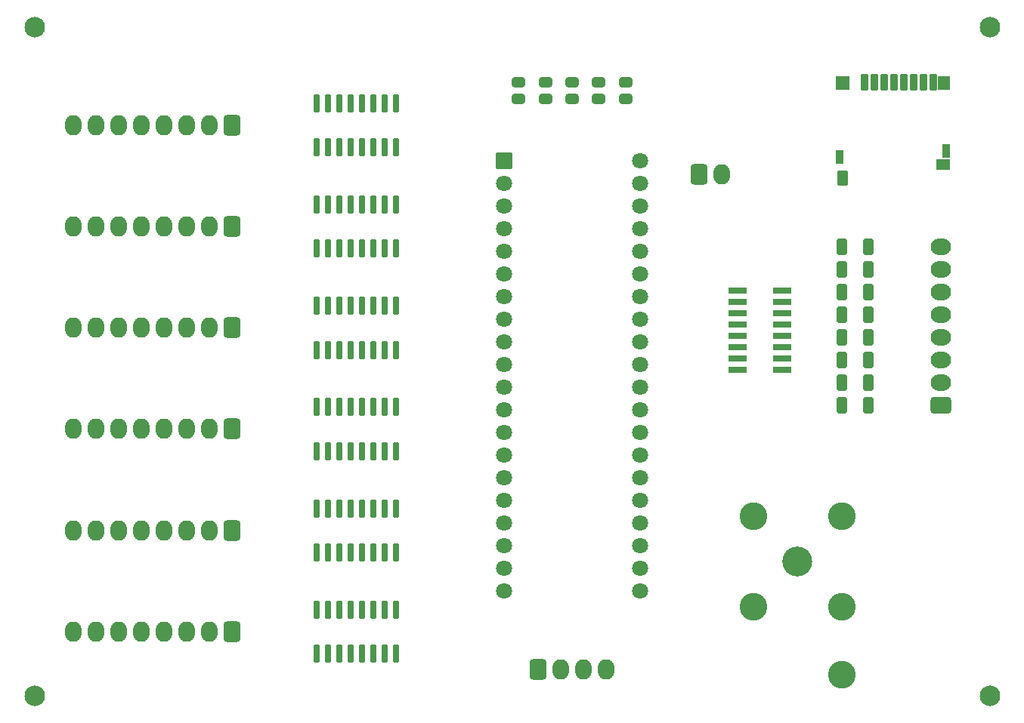
<source format=gts>
%TF.GenerationSoftware,KiCad,Pcbnew,7.0.9*%
%TF.CreationDate,2024-01-13T15:57:46+01:00*%
%TF.ProjectId,daisy-drums,64616973-792d-4647-9275-6d732e6b6963,v02*%
%TF.SameCoordinates,Original*%
%TF.FileFunction,Soldermask,Top*%
%TF.FilePolarity,Negative*%
%FSLAX46Y46*%
G04 Gerber Fmt 4.6, Leading zero omitted, Abs format (unit mm)*
G04 Created by KiCad (PCBNEW 7.0.9) date 2024-01-13 15:57:46*
%MOMM*%
%LPD*%
G01*
G04 APERTURE LIST*
G04 Aperture macros list*
%AMRoundRect*
0 Rectangle with rounded corners*
0 $1 Rounding radius*
0 $2 $3 $4 $5 $6 $7 $8 $9 X,Y pos of 4 corners*
0 Add a 4 corners polygon primitive as box body*
4,1,4,$2,$3,$4,$5,$6,$7,$8,$9,$2,$3,0*
0 Add four circle primitives for the rounded corners*
1,1,$1+$1,$2,$3*
1,1,$1+$1,$4,$5*
1,1,$1+$1,$6,$7*
1,1,$1+$1,$8,$9*
0 Add four rect primitives between the rounded corners*
20,1,$1+$1,$2,$3,$4,$5,0*
20,1,$1+$1,$4,$5,$6,$7,0*
20,1,$1+$1,$6,$7,$8,$9,0*
20,1,$1+$1,$8,$9,$2,$3,0*%
G04 Aperture macros list end*
%ADD10RoundRect,0.300800X-0.450000X0.262500X-0.450000X-0.262500X0.450000X-0.262500X0.450000X0.262500X0*%
%ADD11RoundRect,0.300800X0.312500X0.625000X-0.312500X0.625000X-0.312500X-0.625000X0.312500X-0.625000X0*%
%ADD12RoundRect,0.200800X0.850000X0.150000X-0.850000X0.150000X-0.850000X-0.150000X0.850000X-0.150000X0*%
%ADD13RoundRect,0.050800X-0.850000X-0.850000X0.850000X-0.850000X0.850000X0.850000X-0.850000X0.850000X0*%
%ADD14C,1.801600*%
%ADD15RoundRect,0.200800X-0.150000X0.825000X-0.150000X-0.825000X0.150000X-0.825000X0.150000X0.825000X0*%
%ADD16C,2.301600*%
%ADD17RoundRect,0.300800X-0.620000X-0.845000X0.620000X-0.845000X0.620000X0.845000X-0.620000X0.845000X0*%
%ADD18O,1.841600X2.291600*%
%ADD19RoundRect,0.300800X0.845000X-0.620000X0.845000X0.620000X-0.845000X0.620000X-0.845000X-0.620000X0*%
%ADD20O,2.291600X1.841600*%
%ADD21C,3.351600*%
%ADD22C,3.101600*%
%ADD23RoundRect,0.300800X0.620000X0.845000X-0.620000X0.845000X-0.620000X-0.845000X0.620000X-0.845000X0*%
%ADD24RoundRect,0.050800X0.350000X0.875000X-0.350000X0.875000X-0.350000X-0.875000X0.350000X-0.875000X0*%
%ADD25RoundRect,0.050800X0.725000X0.500000X-0.725000X0.500000X-0.725000X-0.500000X0.725000X-0.500000X0*%
%ADD26RoundRect,0.050800X0.500000X0.775000X-0.500000X0.775000X-0.500000X-0.775000X0.500000X-0.775000X0*%
%ADD27RoundRect,0.050800X0.400000X0.750000X-0.400000X0.750000X-0.400000X-0.750000X0.400000X-0.750000X0*%
%ADD28RoundRect,0.050800X0.650000X0.750000X-0.650000X0.750000X-0.650000X-0.750000X0.650000X-0.750000X0*%
%ADD29RoundRect,0.050800X0.750000X0.750000X-0.750000X0.750000X-0.750000X-0.750000X0.750000X-0.750000X0*%
%ADD30RoundRect,0.050800X0.400000X0.700000X-0.400000X0.700000X-0.400000X-0.700000X0.400000X-0.700000X0*%
G04 APERTURE END LIST*
D10*
%TO.C,R1*%
X191214000Y-55221500D03*
X191214000Y-57046500D03*
%TD*%
D11*
%TO.C,R11*%
X221388900Y-78765400D03*
X218463900Y-78765400D03*
%TD*%
%TO.C,R7*%
X221388900Y-88925400D03*
X218463900Y-88925400D03*
%TD*%
D12*
%TO.C,U6*%
X211708600Y-87426800D03*
X211708600Y-86156800D03*
X211708600Y-84886800D03*
X211708600Y-83616800D03*
X211708600Y-82346800D03*
X211708600Y-81076800D03*
X211708600Y-79806800D03*
X211708600Y-78536800D03*
X206708600Y-78536800D03*
X206708600Y-79806800D03*
X206708600Y-81076800D03*
X206708600Y-82346800D03*
X206708600Y-83616800D03*
X206708600Y-84886800D03*
X206708600Y-86156800D03*
X206708600Y-87426800D03*
%TD*%
D13*
%TO.C,A1*%
X180594000Y-64008000D03*
D14*
X180594000Y-66548000D03*
X180594000Y-69088000D03*
X180594000Y-71628000D03*
X180594000Y-74168000D03*
X180594000Y-76708000D03*
X180594000Y-79248000D03*
X180594000Y-81788000D03*
X180594000Y-84328000D03*
X180594000Y-86868000D03*
X180594000Y-89408000D03*
X180594000Y-91948000D03*
X180594000Y-94488000D03*
X180594000Y-97028000D03*
X180594000Y-99568000D03*
X180594000Y-102108000D03*
X180594000Y-104648000D03*
X180594000Y-107188000D03*
X180594000Y-109728000D03*
X180594000Y-112268000D03*
X195834000Y-112268000D03*
X195834000Y-109728000D03*
X195834000Y-107188000D03*
X195834000Y-104648000D03*
X195834000Y-102108000D03*
X195834000Y-99568000D03*
X195834000Y-97028000D03*
X195834000Y-94488000D03*
X195834000Y-91948000D03*
X195834000Y-89408000D03*
X195834000Y-86868000D03*
X195834000Y-84328000D03*
X195834000Y-81788000D03*
X195834000Y-79248000D03*
X195834000Y-76708000D03*
X195834000Y-74168000D03*
X195834000Y-71628000D03*
X195834000Y-69088000D03*
X195834000Y-66548000D03*
X195834000Y-64008000D03*
%TD*%
D15*
%TO.C,U5*%
X168445000Y-57545000D03*
X167175000Y-57545000D03*
X165905000Y-57545000D03*
X164635000Y-57545000D03*
X163365000Y-57545000D03*
X162095000Y-57545000D03*
X160825000Y-57545000D03*
X159555000Y-57545000D03*
X159555000Y-62495000D03*
X160825000Y-62495000D03*
X162095000Y-62495000D03*
X163365000Y-62495000D03*
X164635000Y-62495000D03*
X165905000Y-62495000D03*
X167175000Y-62495000D03*
X168445000Y-62495000D03*
%TD*%
D16*
%TO.C,REF\u002A\u002A*%
X235000000Y-124000000D03*
%TD*%
D17*
%TO.C,J2*%
X202438000Y-65532000D03*
D18*
X204978000Y-65532000D03*
%TD*%
D11*
%TO.C,R10*%
X221388900Y-81305400D03*
X218463900Y-81305400D03*
%TD*%
D17*
%TO.C,J12*%
X184404000Y-121031000D03*
D18*
X186944000Y-121031000D03*
X189484000Y-121031000D03*
X192024000Y-121031000D03*
%TD*%
D10*
%TO.C,R3*%
X185214000Y-55221500D03*
X185214000Y-57046500D03*
%TD*%
D19*
%TO.C,J11*%
X229565200Y-91465400D03*
D20*
X229565200Y-88925400D03*
X229565200Y-86385400D03*
X229565200Y-83845400D03*
X229565200Y-81305400D03*
X229565200Y-78765400D03*
X229565200Y-76225400D03*
X229565200Y-73685400D03*
%TD*%
D21*
%TO.C,CON1*%
X213457000Y-108966000D03*
D22*
X218412000Y-114046000D03*
X208502000Y-114046000D03*
X218412000Y-121666000D03*
X218412000Y-103886000D03*
X208502000Y-103886000D03*
%TD*%
D23*
%TO.C,J7*%
X150114000Y-94104000D03*
D18*
X147574000Y-94104000D03*
X145034000Y-94104000D03*
X142494000Y-94104000D03*
X139954000Y-94104000D03*
X137414000Y-94104000D03*
X134874000Y-94104000D03*
X132334000Y-94104000D03*
%TD*%
D15*
%TO.C,U2*%
X168445000Y-68913000D03*
X167175000Y-68913000D03*
X165905000Y-68913000D03*
X164635000Y-68913000D03*
X163365000Y-68913000D03*
X162095000Y-68913000D03*
X160825000Y-68913000D03*
X159555000Y-68913000D03*
X159555000Y-73863000D03*
X160825000Y-73863000D03*
X162095000Y-73863000D03*
X163365000Y-73863000D03*
X164635000Y-73863000D03*
X165905000Y-73863000D03*
X167175000Y-73863000D03*
X168445000Y-73863000D03*
%TD*%
D16*
%TO.C,REF\u002A\u002A*%
X128000000Y-49000000D03*
%TD*%
D10*
%TO.C,R2*%
X188214000Y-55221500D03*
X188214000Y-57046500D03*
%TD*%
D11*
%TO.C,R6*%
X221388900Y-91465400D03*
X218463900Y-91465400D03*
%TD*%
D10*
%TO.C,R5*%
X194214000Y-55221500D03*
X194214000Y-57046500D03*
%TD*%
D16*
%TO.C,REF\u002A\u002A*%
X128000000Y-124000000D03*
%TD*%
%TO.C,REF\u002A\u002A*%
X235000000Y-49000000D03*
%TD*%
D24*
%TO.C,J1*%
X220960600Y-55175800D03*
X222060600Y-55175800D03*
X223160600Y-55175800D03*
X224260600Y-55175800D03*
X225360600Y-55175800D03*
X226460600Y-55175800D03*
X227560600Y-55175800D03*
X228660600Y-55175800D03*
D25*
X229785600Y-64400800D03*
D26*
X218560600Y-65975800D03*
D27*
X230110600Y-62900800D03*
D28*
X229860600Y-55300800D03*
D29*
X218510600Y-55300800D03*
D30*
X218160600Y-63550800D03*
%TD*%
D11*
%TO.C,R8*%
X221388900Y-86385400D03*
X218463900Y-86385400D03*
%TD*%
D15*
%TO.C,U1*%
X168445000Y-114385000D03*
X167175000Y-114385000D03*
X165905000Y-114385000D03*
X164635000Y-114385000D03*
X163365000Y-114385000D03*
X162095000Y-114385000D03*
X160825000Y-114385000D03*
X159555000Y-114385000D03*
X159555000Y-119335000D03*
X160825000Y-119335000D03*
X162095000Y-119335000D03*
X163365000Y-119335000D03*
X164635000Y-119335000D03*
X165905000Y-119335000D03*
X167175000Y-119335000D03*
X168445000Y-119335000D03*
%TD*%
D23*
%TO.C,J4*%
X150114000Y-82736000D03*
D18*
X147574000Y-82736000D03*
X145034000Y-82736000D03*
X142494000Y-82736000D03*
X139954000Y-82736000D03*
X137414000Y-82736000D03*
X134874000Y-82736000D03*
X132334000Y-82736000D03*
%TD*%
D15*
%TO.C,U7*%
X168445000Y-91649000D03*
X167175000Y-91649000D03*
X165905000Y-91649000D03*
X164635000Y-91649000D03*
X163365000Y-91649000D03*
X162095000Y-91649000D03*
X160825000Y-91649000D03*
X159555000Y-91649000D03*
X159555000Y-96599000D03*
X160825000Y-96599000D03*
X162095000Y-96599000D03*
X163365000Y-96599000D03*
X164635000Y-96599000D03*
X165905000Y-96599000D03*
X167175000Y-96599000D03*
X168445000Y-96599000D03*
%TD*%
D11*
%TO.C,R12*%
X221388900Y-76225400D03*
X218463900Y-76225400D03*
%TD*%
D23*
%TO.C,J5*%
X150114000Y-105472000D03*
D18*
X147574000Y-105472000D03*
X145034000Y-105472000D03*
X142494000Y-105472000D03*
X139954000Y-105472000D03*
X137414000Y-105472000D03*
X134874000Y-105472000D03*
X132334000Y-105472000D03*
%TD*%
D23*
%TO.C,J8*%
X150114000Y-116840000D03*
D18*
X147574000Y-116840000D03*
X145034000Y-116840000D03*
X142494000Y-116840000D03*
X139954000Y-116840000D03*
X137414000Y-116840000D03*
X134874000Y-116840000D03*
X132334000Y-116840000D03*
%TD*%
D23*
%TO.C,J6*%
X150114000Y-71368000D03*
D18*
X147574000Y-71368000D03*
X145034000Y-71368000D03*
X142494000Y-71368000D03*
X139954000Y-71368000D03*
X137414000Y-71368000D03*
X134874000Y-71368000D03*
X132334000Y-71368000D03*
%TD*%
D11*
%TO.C,R9*%
X221388900Y-83845400D03*
X218463900Y-83845400D03*
%TD*%
D10*
%TO.C,R4*%
X182214000Y-55221500D03*
X182214000Y-57046500D03*
%TD*%
D11*
%TO.C,R13*%
X221388900Y-73685400D03*
X218463900Y-73685400D03*
%TD*%
D15*
%TO.C,U3*%
X168445000Y-103017000D03*
X167175000Y-103017000D03*
X165905000Y-103017000D03*
X164635000Y-103017000D03*
X163365000Y-103017000D03*
X162095000Y-103017000D03*
X160825000Y-103017000D03*
X159555000Y-103017000D03*
X159555000Y-107967000D03*
X160825000Y-107967000D03*
X162095000Y-107967000D03*
X163365000Y-107967000D03*
X164635000Y-107967000D03*
X165905000Y-107967000D03*
X167175000Y-107967000D03*
X168445000Y-107967000D03*
%TD*%
D23*
%TO.C,J3*%
X150114000Y-60000000D03*
D18*
X147574000Y-60000000D03*
X145034000Y-60000000D03*
X142494000Y-60000000D03*
X139954000Y-60000000D03*
X137414000Y-60000000D03*
X134874000Y-60000000D03*
X132334000Y-60000000D03*
%TD*%
D15*
%TO.C,U4*%
X168445000Y-80281000D03*
X167175000Y-80281000D03*
X165905000Y-80281000D03*
X164635000Y-80281000D03*
X163365000Y-80281000D03*
X162095000Y-80281000D03*
X160825000Y-80281000D03*
X159555000Y-80281000D03*
X159555000Y-85231000D03*
X160825000Y-85231000D03*
X162095000Y-85231000D03*
X163365000Y-85231000D03*
X164635000Y-85231000D03*
X165905000Y-85231000D03*
X167175000Y-85231000D03*
X168445000Y-85231000D03*
%TD*%
M02*

</source>
